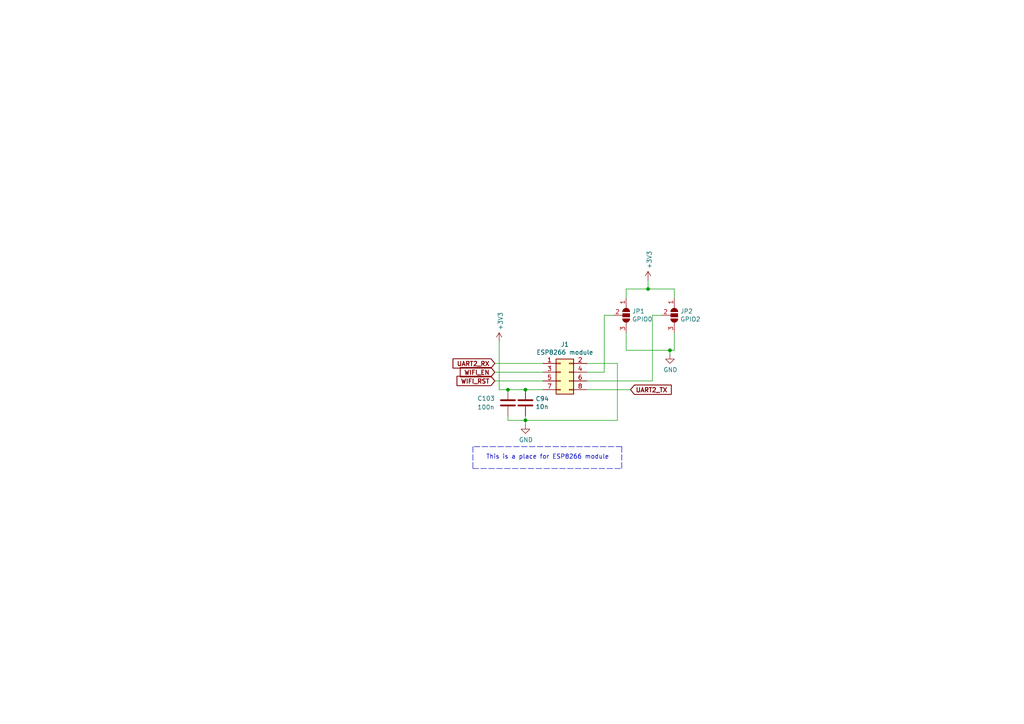
<source format=kicad_sch>
(kicad_sch (version 20211123) (generator eeschema)
  (paper "A4")
  (title_block (title "Modules") (date "2020-01-20") (comment 3 "Author: DB9MAT Mathis, SO3ALG Nikoloz, SP5WWP Wojciech") (comment 4 "TR-9 Open Source Digital Radio"))
  (lib_symbols
    (symbol "Connector_Generic:Conn_02x04_Odd_Even" (pin_names (offset 1.016) hide)
      (property "Reference" "J" (at 1.27 5.08 0))
      (property "Value" "Conn_02x04_Odd_Even" (at 1.27 -7.62 0))
      (symbol "Conn_02x04_Odd_Even_1_1"
        (rectangle (start -1.27 -4.953) (end 0 -5.207) (stroke (width 0.1524)))
        (rectangle (start -1.27 -2.413) (end 0 -2.667) (stroke (width 0.1524)))
        (rectangle (start -1.27 0.127) (end 0 -0.127) (stroke (width 0.1524)))
        (rectangle (start -1.27 2.667) (end 0 2.413) (stroke (width 0.1524)))
        (rectangle (start -1.27 3.81) (end 3.81 -6.35) (stroke (width 0.254)) (fill (type background)))
        (rectangle (start 3.81 -4.953) (end 2.54 -5.207) (stroke (width 0.1524)))
        (rectangle (start 3.81 -2.413) (end 2.54 -2.667) (stroke (width 0.1524)))
        (rectangle (start 3.81 0.127) (end 2.54 -0.127) (stroke (width 0.1524)))
        (rectangle (start 3.81 2.667) (end 2.54 2.413) (stroke (width 0.1524)))
        (pin passive line (at -5.08 2.54 0) (length 3.81) (name "Pin_1") (number "1"))
        (pin passive line (at 7.62 2.54 180) (length 3.81) (name "Pin_2") (number "2"))
        (pin passive line (at -5.08 0 0) (length 3.81) (name "Pin_3") (number "3"))
        (pin passive line (at 7.62 0 180) (length 3.81) (name "Pin_4") (number "4"))
        (pin passive line (at -5.08 -2.54 0) (length 3.81) (name "Pin_5") (number "5"))
        (pin passive line (at 7.62 -2.54 180) (length 3.81) (name "Pin_6") (number "6"))
        (pin passive line (at -5.08 -5.08 0) (length 3.81) (name "Pin_7") (number "7"))
        (pin passive line (at 7.62 -5.08 180) (length 3.81) (name "Pin_8") (number "8"))
      )
    )
    (symbol "Device:C" (pin_numbers hide) (pin_names (offset 0.254))
      (property "Reference" "C" (at 0.635 2.54 0))
      (property "Value" "C" (at 0.635 -2.54 0))
      (symbol "C_0_1"
        (polyline (pts (xy -2.032 -0.762) (xy 2.032 -0.762)) (stroke (width 0.508)))
        (polyline (pts (xy -2.032 0.762) (xy 2.032 0.762)) (stroke (width 0.508)))
      )
      (symbol "C_1_1"
        (pin passive line (at 0 3.81 270) (length 2.794) (name "~") (number "1"))
        (pin passive line (at 0 -3.81 90) (length 2.794) (name "~") (number "2"))
      )
    )
    (symbol "Jumper:SolderJumper_3_Open" (pin_names (offset 0) hide)
      (property "Reference" "JP" (at -2.54 -2.54 0))
      (property "Value" "SolderJumper_3_Open" (at 0 2.794 0))
      (symbol "SolderJumper_3_Open_0_1"
        (arc (start -1.016 1.016) (mid -2.032 0) (end -1.016 -1.016))
        (arc (start -1.016 1.016) (mid -2.032 0) (end -1.016 -1.016) (fill (type outline)))
        (rectangle (start -0.508 1.016) (end 0.508 -1.016) (fill (type outline)))
        (polyline (pts (xy -2.54 0) (xy -2.032 0)))
        (polyline (pts (xy -1.016 1.016) (xy -1.016 -1.016)))
        (polyline (pts (xy 0 -1.27) (xy 0 -1.016)))
        (polyline (pts (xy 1.016 1.016) (xy 1.016 -1.016)))
        (polyline (pts (xy 2.54 0) (xy 2.032 0)))
        (arc (start 1.016 -1.016) (mid 2.032 0) (end 1.016 1.016))
        (arc (start 1.016 -1.016) (mid 2.032 0) (end 1.016 1.016) (fill (type outline)))
      )
      (symbol "SolderJumper_3_Open_1_1"
        (pin passive line (at -5.08 0 0) (length 2.54) (name "A") (number "1"))
        (pin input line (at 0 -3.81 90) (length 2.54) (name "C") (number "2"))
        (pin passive line (at 5.08 0 180) (length 2.54) (name "B") (number "3"))
      )
    )
    (symbol "power:+3.3V" (power) (pin_names (offset 0))
      (property "Value" "+3.3V" (at 0 3.556 0))
      (symbol "+3.3V_0_1"
        (polyline (pts (xy -0.762 1.27) (xy 0 2.54)))
        (polyline (pts (xy 0 0) (xy 0 2.54)))
        (polyline (pts (xy 0 2.54) (xy 0.762 1.27)))
      )
      (symbol "+3.3V_1_1"
        (pin power_in line (at 0 0 90) (length 0) hide (name "+3V3") (number "1"))
      )
    )
    (symbol "power:GND" (power) (pin_names (offset 0))
      (property "Value" "GND" (at 0 -3.81 0))
      (symbol "GND_0_1"
        (polyline (pts (xy 0 0) (xy 0 -1.27) (xy 1.27 -1.27) (xy 0 -2.54) (xy -1.27 -1.27) (xy 0 -1.27)))
      )
      (symbol "GND_1_1"
        (pin power_in line (at 0 0 270) (length 0) hide (name "GND") (number "1"))
      )
    )
  )
  (junction (at 152.4 121.92))
  (junction (at 194.31 101.6))
  (junction (at 187.96 83.82))
  (junction (at 152.4 113.03))
  (junction (at 147.32 113.03))
  (polyline (pts (xy 137.16 135.89) (xy 180.34 135.89)))
  (wire (pts (xy 181.61 101.6) (xy 181.61 96.52)))
  (wire (pts (xy 175.26 91.44) (xy 175.26 107.95)))
  (wire (pts (xy 144.78 99.06) (xy 144.78 113.03)))
  (wire (pts (xy 189.23 91.44) (xy 189.23 110.49)))
  (wire (pts (xy 187.96 81.28) (xy 187.96 83.82)))
  (wire (pts (xy 144.78 113.03) (xy 147.32 113.03)))
  (wire (pts (xy 179.07 121.92) (xy 152.4 121.92)))
  (wire (pts (xy 170.18 105.41) (xy 179.07 105.41)))
  (wire (pts (xy 177.8 91.44) (xy 175.26 91.44)))
  (wire (pts (xy 182.88 113.03) (xy 170.18 113.03)))
  (wire (pts (xy 152.4 113.03) (xy 157.48 113.03)))
  (wire (pts (xy 194.31 102.87) (xy 194.31 101.6)))
  (wire (pts (xy 191.77 91.44) (xy 189.23 91.44)))
  (wire (pts (xy 195.58 86.36) (xy 195.58 83.82)))
  (wire (pts (xy 147.32 113.03) (xy 152.4 113.03)))
  (wire (pts (xy 143.51 107.95) (xy 157.48 107.95)))
  (wire (pts (xy 175.26 107.95) (xy 170.18 107.95)))
  (wire (pts (xy 195.58 96.52) (xy 195.58 101.6)))
  (polyline (pts (xy 180.34 129.54) (xy 137.16 129.54)))
  (wire (pts (xy 147.32 120.65) (xy 147.32 121.92)))
  (wire (pts (xy 152.4 121.92) (xy 152.4 123.19)))
  (wire (pts (xy 195.58 83.82) (xy 187.96 83.82)))
  (wire (pts (xy 179.07 105.41) (xy 179.07 121.92)))
  (wire (pts (xy 189.23 110.49) (xy 170.18 110.49)))
  (wire (pts (xy 181.61 83.82) (xy 181.61 86.36)))
  (wire (pts (xy 152.4 120.65) (xy 152.4 121.92)))
  (wire (pts (xy 187.96 83.82) (xy 181.61 83.82)))
  (wire (pts (xy 147.32 121.92) (xy 152.4 121.92)))
  (polyline (pts (xy 180.34 129.54) (xy 180.34 135.89)))
  (wire (pts (xy 157.48 110.49) (xy 143.51 110.49)))
  (wire (pts (xy 194.31 101.6) (xy 181.61 101.6)))
  (wire (pts (xy 195.58 101.6) (xy 194.31 101.6)))
  (wire (pts (xy 157.48 105.41) (xy 143.51 105.41)))
  (polyline (pts (xy 137.16 129.54) (xy 137.16 135.89)))
  (text "This is a place for ESP8266 module" (at 140.97 133.35 0) (effects (font (size 1.27 1.27)) (justify left bottom)))
  (global_label "WIFI_RST" (shape input) (at 143.51 110.49 180) (effects (font (thickness 0.254) bold)) (property "Intersheet References" "${INTERSHEET_REFS}" (effects hide)))
  (global_label "UART2_RX" (shape input) (at 143.51 105.41 180) (effects (font (thickness 0.254) bold)) (property "Intersheet References" "${INTERSHEET_REFS}" (effects hide)))
  (global_label "UART2_TX" (shape input) (at 182.88 113.03 0) (effects (font (thickness 0.254) bold)) (property "Intersheet References" "${INTERSHEET_REFS}" (effects hide)))
  (global_label "WIFI_EN" (shape input) (at 143.51 107.95 180) (effects (font (thickness 0.254) bold)) (property "Intersheet References" "${INTERSHEET_REFS}" (effects hide)))
  (symbol (lib_id "Device:C") (at 147.32 116.84 0) (unit 1)
    (property "Reference" "C103" (at 138.43 115.57 0) (effects (justify left)))
    (property "Value" "100n" (at 138.43 118.11 0) (effects (justify left)))
    (property "Footprint" "Capacitor_SMD:C_0603_1608Metric" (effects hide))
    (property "Voltage" "50" (effects hide))
    (property "Tolerance" "10" (effects hide))
    (property "TempCoef" "X7R" (effects hide))
  )
  (symbol (lib_id "power:+3.3V") (at 144.78 99.06 0) (unit 1)
    (property "Reference" "#PWR0215" (effects hide))
    (property "Value" "+3.3V" (at 145.161 95.8088 90) (effects (justify left)))
  )
  (symbol (lib_id "Connector_Generic:Conn_02x04_Odd_Even") (at 162.56 107.95 0) (unit 1)
    (property "Reference" "J1" (at 163.83 99.8982 0))
    (property "Value" "ESP8266 module" (at 163.83 102.2096 0))
    (property "Footprint" "Connector_PinHeader_2.54mm:PinHeader_2x04_P2.54mm_Vertical" (effects hide))
  )
  (symbol (lib_id "Device:C") (at 152.4 116.84 0) (unit 1)
    (property "Reference" "C94" (at 155.321 115.6716 0) (effects (justify left)))
    (property "Value" "10n" (at 155.321 117.983 0) (effects (justify left)))
    (property "Footprint" "Capacitor_SMD:C_0603_1608Metric" (effects hide))
    (property "Tolerance" "10" (effects hide))
    (property "Voltage" "50" (effects hide))
    (property "TempCoef" "X7R" (effects hide))
  )
  (symbol (lib_id "power:GND") (at 152.4 123.19 0) (unit 1)
    (property "Reference" "#PWR0216" (effects hide))
    (property "Value" "GND" (at 152.527 127.5842 0))
  )
  (symbol (lib_id "Jumper:SolderJumper_3_Open") (at 195.58 91.44 270) (unit 1)
    (property "Reference" "JP2" (at 197.3072 90.2716 90) (effects (justify left)))
    (property "Value" "GPIO2" (at 197.3072 92.583 90) (effects (justify left)))
    (property "Footprint" "Jumper:SolderJumper-3_P1.3mm_Open_RoundedPad1.0x1.5mm" (effects hide))
  )
  (symbol (lib_id "Jumper:SolderJumper_3_Open") (at 181.61 91.44 270) (unit 1)
    (property "Reference" "JP1" (at 183.3372 90.2716 90) (effects (justify left)))
    (property "Value" "GPIO0" (at 183.3372 92.583 90) (effects (justify left)))
    (property "Footprint" "Jumper:SolderJumper-3_P1.3mm_Open_RoundedPad1.0x1.5mm" (effects hide))
  )
  (symbol (lib_id "power:+3.3V") (at 187.96 81.28 0) (unit 1)
    (property "Reference" "#PWR0171" (effects hide))
    (property "Value" "+3.3V" (at 188.341 78.0288 90) (effects (justify left)))
  )
  (symbol (lib_id "power:GND") (at 194.31 102.87 0) (unit 1)
    (property "Reference" "#PWR0172" (effects hide))
    (property "Value" "GND" (at 194.437 107.2642 0))
  )
)
</source>
